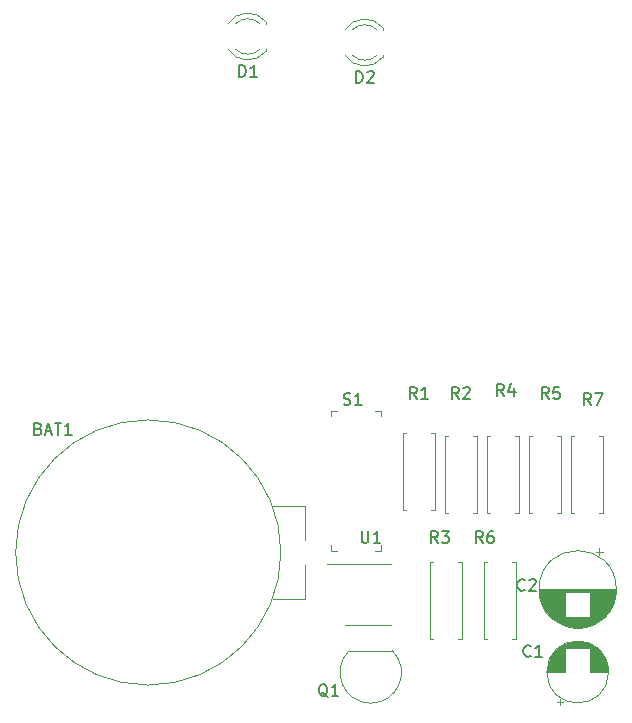
<source format=gto>
%TF.GenerationSoftware,KiCad,Pcbnew,(6.0.1)*%
%TF.CreationDate,2022-04-29T13:35:18+05:45*%
%TF.ProjectId,555_Badge,3535355f-4261-4646-9765-2e6b69636164,v01*%
%TF.SameCoordinates,Original*%
%TF.FileFunction,Legend,Top*%
%TF.FilePolarity,Positive*%
%FSLAX46Y46*%
G04 Gerber Fmt 4.6, Leading zero omitted, Abs format (unit mm)*
G04 Created by KiCad (PCBNEW (6.0.1)) date 2022-04-29 13:35:18*
%MOMM*%
%LPD*%
G01*
G04 APERTURE LIST*
%ADD10C,0.150000*%
%ADD11C,0.120000*%
%ADD12C,0.100000*%
G04 APERTURE END LIST*
D10*
%TO.C,U1*%
X50800095Y-87590380D02*
X50800095Y-88399904D01*
X50847714Y-88495142D01*
X50895333Y-88542761D01*
X50990571Y-88590380D01*
X51181047Y-88590380D01*
X51276285Y-88542761D01*
X51323904Y-88495142D01*
X51371523Y-88399904D01*
X51371523Y-87590380D01*
X52371523Y-88590380D02*
X51800095Y-88590380D01*
X52085809Y-88590380D02*
X52085809Y-87590380D01*
X51990571Y-87733238D01*
X51895333Y-87828476D01*
X51800095Y-87876095D01*
%TO.C,BAT1*%
X23423714Y-78922571D02*
X23566571Y-78970190D01*
X23614190Y-79017809D01*
X23661809Y-79113047D01*
X23661809Y-79255904D01*
X23614190Y-79351142D01*
X23566571Y-79398761D01*
X23471333Y-79446380D01*
X23090380Y-79446380D01*
X23090380Y-78446380D01*
X23423714Y-78446380D01*
X23518952Y-78494000D01*
X23566571Y-78541619D01*
X23614190Y-78636857D01*
X23614190Y-78732095D01*
X23566571Y-78827333D01*
X23518952Y-78874952D01*
X23423714Y-78922571D01*
X23090380Y-78922571D01*
X24042761Y-79160666D02*
X24518952Y-79160666D01*
X23947523Y-79446380D02*
X24280857Y-78446380D01*
X24614190Y-79446380D01*
X24804666Y-78446380D02*
X25376095Y-78446380D01*
X25090380Y-79446380D02*
X25090380Y-78446380D01*
X26233238Y-79446380D02*
X25661809Y-79446380D01*
X25947523Y-79446380D02*
X25947523Y-78446380D01*
X25852285Y-78589238D01*
X25757047Y-78684476D01*
X25661809Y-78732095D01*
%TO.C,S1*%
X49276095Y-76858761D02*
X49418952Y-76906380D01*
X49657047Y-76906380D01*
X49752285Y-76858761D01*
X49799904Y-76811142D01*
X49847523Y-76715904D01*
X49847523Y-76620666D01*
X49799904Y-76525428D01*
X49752285Y-76477809D01*
X49657047Y-76430190D01*
X49466571Y-76382571D01*
X49371333Y-76334952D01*
X49323714Y-76287333D01*
X49276095Y-76192095D01*
X49276095Y-76096857D01*
X49323714Y-76001619D01*
X49371333Y-75954000D01*
X49466571Y-75906380D01*
X49704666Y-75906380D01*
X49847523Y-75954000D01*
X50799904Y-76906380D02*
X50228476Y-76906380D01*
X50514190Y-76906380D02*
X50514190Y-75906380D01*
X50418952Y-76049238D01*
X50323714Y-76144476D01*
X50228476Y-76192095D01*
%TO.C,R7*%
X70191333Y-76906380D02*
X69858000Y-76430190D01*
X69619904Y-76906380D02*
X69619904Y-75906380D01*
X70000857Y-75906380D01*
X70096095Y-75954000D01*
X70143714Y-76001619D01*
X70191333Y-76096857D01*
X70191333Y-76239714D01*
X70143714Y-76334952D01*
X70096095Y-76382571D01*
X70000857Y-76430190D01*
X69619904Y-76430190D01*
X70524666Y-75906380D02*
X71191333Y-75906380D01*
X70762761Y-76906380D01*
%TO.C,R6*%
X61047333Y-88590380D02*
X60714000Y-88114190D01*
X60475904Y-88590380D02*
X60475904Y-87590380D01*
X60856857Y-87590380D01*
X60952095Y-87638000D01*
X60999714Y-87685619D01*
X61047333Y-87780857D01*
X61047333Y-87923714D01*
X60999714Y-88018952D01*
X60952095Y-88066571D01*
X60856857Y-88114190D01*
X60475904Y-88114190D01*
X61904476Y-87590380D02*
X61714000Y-87590380D01*
X61618761Y-87638000D01*
X61571142Y-87685619D01*
X61475904Y-87828476D01*
X61428285Y-88018952D01*
X61428285Y-88399904D01*
X61475904Y-88495142D01*
X61523523Y-88542761D01*
X61618761Y-88590380D01*
X61809238Y-88590380D01*
X61904476Y-88542761D01*
X61952095Y-88495142D01*
X61999714Y-88399904D01*
X61999714Y-88161809D01*
X61952095Y-88066571D01*
X61904476Y-88018952D01*
X61809238Y-87971333D01*
X61618761Y-87971333D01*
X61523523Y-88018952D01*
X61475904Y-88066571D01*
X61428285Y-88161809D01*
%TO.C,R5*%
X66635333Y-76398380D02*
X66302000Y-75922190D01*
X66063904Y-76398380D02*
X66063904Y-75398380D01*
X66444857Y-75398380D01*
X66540095Y-75446000D01*
X66587714Y-75493619D01*
X66635333Y-75588857D01*
X66635333Y-75731714D01*
X66587714Y-75826952D01*
X66540095Y-75874571D01*
X66444857Y-75922190D01*
X66063904Y-75922190D01*
X67540095Y-75398380D02*
X67063904Y-75398380D01*
X67016285Y-75874571D01*
X67063904Y-75826952D01*
X67159142Y-75779333D01*
X67397238Y-75779333D01*
X67492476Y-75826952D01*
X67540095Y-75874571D01*
X67587714Y-75969809D01*
X67587714Y-76207904D01*
X67540095Y-76303142D01*
X67492476Y-76350761D01*
X67397238Y-76398380D01*
X67159142Y-76398380D01*
X67063904Y-76350761D01*
X67016285Y-76303142D01*
%TO.C,R4*%
X62825333Y-76144380D02*
X62492000Y-75668190D01*
X62253904Y-76144380D02*
X62253904Y-75144380D01*
X62634857Y-75144380D01*
X62730095Y-75192000D01*
X62777714Y-75239619D01*
X62825333Y-75334857D01*
X62825333Y-75477714D01*
X62777714Y-75572952D01*
X62730095Y-75620571D01*
X62634857Y-75668190D01*
X62253904Y-75668190D01*
X63682476Y-75477714D02*
X63682476Y-76144380D01*
X63444380Y-75096761D02*
X63206285Y-75811047D01*
X63825333Y-75811047D01*
%TO.C,R3*%
X57237333Y-88590380D02*
X56904000Y-88114190D01*
X56665904Y-88590380D02*
X56665904Y-87590380D01*
X57046857Y-87590380D01*
X57142095Y-87638000D01*
X57189714Y-87685619D01*
X57237333Y-87780857D01*
X57237333Y-87923714D01*
X57189714Y-88018952D01*
X57142095Y-88066571D01*
X57046857Y-88114190D01*
X56665904Y-88114190D01*
X57570666Y-87590380D02*
X58189714Y-87590380D01*
X57856380Y-87971333D01*
X57999238Y-87971333D01*
X58094476Y-88018952D01*
X58142095Y-88066571D01*
X58189714Y-88161809D01*
X58189714Y-88399904D01*
X58142095Y-88495142D01*
X58094476Y-88542761D01*
X57999238Y-88590380D01*
X57713523Y-88590380D01*
X57618285Y-88542761D01*
X57570666Y-88495142D01*
%TO.C,R2*%
X59015333Y-76398380D02*
X58682000Y-75922190D01*
X58443904Y-76398380D02*
X58443904Y-75398380D01*
X58824857Y-75398380D01*
X58920095Y-75446000D01*
X58967714Y-75493619D01*
X59015333Y-75588857D01*
X59015333Y-75731714D01*
X58967714Y-75826952D01*
X58920095Y-75874571D01*
X58824857Y-75922190D01*
X58443904Y-75922190D01*
X59396285Y-75493619D02*
X59443904Y-75446000D01*
X59539142Y-75398380D01*
X59777238Y-75398380D01*
X59872476Y-75446000D01*
X59920095Y-75493619D01*
X59967714Y-75588857D01*
X59967714Y-75684095D01*
X59920095Y-75826952D01*
X59348666Y-76398380D01*
X59967714Y-76398380D01*
%TO.C,R1*%
X55459333Y-76398380D02*
X55126000Y-75922190D01*
X54887904Y-76398380D02*
X54887904Y-75398380D01*
X55268857Y-75398380D01*
X55364095Y-75446000D01*
X55411714Y-75493619D01*
X55459333Y-75588857D01*
X55459333Y-75731714D01*
X55411714Y-75826952D01*
X55364095Y-75874571D01*
X55268857Y-75922190D01*
X54887904Y-75922190D01*
X56411714Y-76398380D02*
X55840285Y-76398380D01*
X56126000Y-76398380D02*
X56126000Y-75398380D01*
X56030761Y-75541238D01*
X55935523Y-75636476D01*
X55840285Y-75684095D01*
%TO.C,Q1*%
X47910761Y-101639619D02*
X47815523Y-101592000D01*
X47720285Y-101496761D01*
X47577428Y-101353904D01*
X47482190Y-101306285D01*
X47386952Y-101306285D01*
X47434571Y-101544380D02*
X47339333Y-101496761D01*
X47244095Y-101401523D01*
X47196476Y-101211047D01*
X47196476Y-100877714D01*
X47244095Y-100687238D01*
X47339333Y-100592000D01*
X47434571Y-100544380D01*
X47625047Y-100544380D01*
X47720285Y-100592000D01*
X47815523Y-100687238D01*
X47863142Y-100877714D01*
X47863142Y-101211047D01*
X47815523Y-101401523D01*
X47720285Y-101496761D01*
X47625047Y-101544380D01*
X47434571Y-101544380D01*
X48815523Y-101544380D02*
X48244095Y-101544380D01*
X48529809Y-101544380D02*
X48529809Y-100544380D01*
X48434571Y-100687238D01*
X48339333Y-100782476D01*
X48244095Y-100830095D01*
%TO.C,D2*%
X50315904Y-49640380D02*
X50315904Y-48640380D01*
X50554000Y-48640380D01*
X50696857Y-48688000D01*
X50792095Y-48783238D01*
X50839714Y-48878476D01*
X50887333Y-49068952D01*
X50887333Y-49211809D01*
X50839714Y-49402285D01*
X50792095Y-49497523D01*
X50696857Y-49592761D01*
X50554000Y-49640380D01*
X50315904Y-49640380D01*
X51268285Y-48735619D02*
X51315904Y-48688000D01*
X51411142Y-48640380D01*
X51649238Y-48640380D01*
X51744476Y-48688000D01*
X51792095Y-48735619D01*
X51839714Y-48830857D01*
X51839714Y-48926095D01*
X51792095Y-49068952D01*
X51220666Y-49640380D01*
X51839714Y-49640380D01*
%TO.C,D1*%
X40414904Y-49132380D02*
X40414904Y-48132380D01*
X40653000Y-48132380D01*
X40795857Y-48180000D01*
X40891095Y-48275238D01*
X40938714Y-48370476D01*
X40986333Y-48560952D01*
X40986333Y-48703809D01*
X40938714Y-48894285D01*
X40891095Y-48989523D01*
X40795857Y-49084761D01*
X40653000Y-49132380D01*
X40414904Y-49132380D01*
X41938714Y-49132380D02*
X41367285Y-49132380D01*
X41653000Y-49132380D02*
X41653000Y-48132380D01*
X41557761Y-48275238D01*
X41462523Y-48370476D01*
X41367285Y-48418095D01*
%TO.C,C2*%
X64603333Y-92559142D02*
X64555714Y-92606761D01*
X64412857Y-92654380D01*
X64317619Y-92654380D01*
X64174761Y-92606761D01*
X64079523Y-92511523D01*
X64031904Y-92416285D01*
X63984285Y-92225809D01*
X63984285Y-92082952D01*
X64031904Y-91892476D01*
X64079523Y-91797238D01*
X64174761Y-91702000D01*
X64317619Y-91654380D01*
X64412857Y-91654380D01*
X64555714Y-91702000D01*
X64603333Y-91749619D01*
X64984285Y-91749619D02*
X65031904Y-91702000D01*
X65127142Y-91654380D01*
X65365238Y-91654380D01*
X65460476Y-91702000D01*
X65508095Y-91749619D01*
X65555714Y-91844857D01*
X65555714Y-91940095D01*
X65508095Y-92082952D01*
X64936666Y-92654380D01*
X65555714Y-92654380D01*
%TO.C,C1*%
X65111333Y-98147142D02*
X65063714Y-98194761D01*
X64920857Y-98242380D01*
X64825619Y-98242380D01*
X64682761Y-98194761D01*
X64587523Y-98099523D01*
X64539904Y-98004285D01*
X64492285Y-97813809D01*
X64492285Y-97670952D01*
X64539904Y-97480476D01*
X64587523Y-97385238D01*
X64682761Y-97290000D01*
X64825619Y-97242380D01*
X64920857Y-97242380D01*
X65063714Y-97290000D01*
X65111333Y-97337619D01*
X66063714Y-98242380D02*
X65492285Y-98242380D01*
X65778000Y-98242380D02*
X65778000Y-97242380D01*
X65682761Y-97385238D01*
X65587523Y-97480476D01*
X65492285Y-97528095D01*
D11*
%TO.C,U1*%
X51308000Y-90404000D02*
X53258000Y-90404000D01*
X51308000Y-95524000D02*
X53258000Y-95524000D01*
X51308000Y-90404000D02*
X47858000Y-90404000D01*
X51308000Y-95524000D02*
X49358000Y-95524000D01*
D12*
%TO.C,BAT1*%
X43954700Y-89408000D02*
G75*
G03*
X43954700Y-89408000I-11226800J0D01*
G01*
X43294300Y-85496400D02*
X46037500Y-85496400D01*
X43294300Y-93319600D02*
X46037500Y-93319600D01*
X46037500Y-85496400D02*
X46037500Y-88341200D01*
X46037500Y-93319600D02*
X46037500Y-90474800D01*
%TO.C,S1*%
X48192000Y-77392000D02*
X48192000Y-77892000D01*
X48192000Y-77392000D02*
X48692000Y-77392000D01*
X48192000Y-89292000D02*
X48692000Y-89292000D01*
X48192000Y-89292000D02*
X48192000Y-88792000D01*
X52392000Y-89292000D02*
X51892000Y-89292000D01*
X52392000Y-89292000D02*
X52392000Y-88792000D01*
X52392000Y-77392000D02*
X51892000Y-77392000D01*
X52392000Y-77392000D02*
X52392000Y-77892000D01*
D11*
%TO.C,R7*%
X68480000Y-79534000D02*
X68810000Y-79534000D01*
X68810000Y-86074000D02*
X68480000Y-86074000D01*
X70890000Y-86074000D02*
X71220000Y-86074000D01*
X71220000Y-86074000D02*
X71220000Y-79534000D01*
X68480000Y-86074000D02*
X68480000Y-79534000D01*
X71220000Y-79534000D02*
X70890000Y-79534000D01*
%TO.C,R6*%
X61114000Y-96742000D02*
X61444000Y-96742000D01*
X63854000Y-90202000D02*
X63854000Y-96742000D01*
X61114000Y-90202000D02*
X61114000Y-96742000D01*
X61444000Y-90202000D02*
X61114000Y-90202000D01*
X63524000Y-90202000D02*
X63854000Y-90202000D01*
X63854000Y-96742000D02*
X63524000Y-96742000D01*
%TO.C,R5*%
X64924000Y-79534000D02*
X65254000Y-79534000D01*
X65254000Y-86074000D02*
X64924000Y-86074000D01*
X67334000Y-86074000D02*
X67664000Y-86074000D01*
X67664000Y-86074000D02*
X67664000Y-79534000D01*
X64924000Y-86074000D02*
X64924000Y-79534000D01*
X67664000Y-79534000D02*
X67334000Y-79534000D01*
%TO.C,R4*%
X64108000Y-79534000D02*
X63778000Y-79534000D01*
X61368000Y-86074000D02*
X61368000Y-79534000D01*
X64108000Y-86074000D02*
X64108000Y-79534000D01*
X63778000Y-86074000D02*
X64108000Y-86074000D01*
X61698000Y-86074000D02*
X61368000Y-86074000D01*
X61368000Y-79534000D02*
X61698000Y-79534000D01*
%TO.C,R3*%
X59282000Y-90202000D02*
X58952000Y-90202000D01*
X56542000Y-96742000D02*
X56542000Y-90202000D01*
X59282000Y-96742000D02*
X59282000Y-90202000D01*
X58952000Y-96742000D02*
X59282000Y-96742000D01*
X56872000Y-96742000D02*
X56542000Y-96742000D01*
X56542000Y-90202000D02*
X56872000Y-90202000D01*
%TO.C,R2*%
X60552000Y-86074000D02*
X60222000Y-86074000D01*
X60222000Y-79534000D02*
X60552000Y-79534000D01*
X58142000Y-79534000D02*
X57812000Y-79534000D01*
X57812000Y-79534000D02*
X57812000Y-86074000D01*
X60552000Y-79534000D02*
X60552000Y-86074000D01*
X57812000Y-86074000D02*
X58142000Y-86074000D01*
%TO.C,R1*%
X54256000Y-85820000D02*
X54586000Y-85820000D01*
X56996000Y-79280000D02*
X56996000Y-85820000D01*
X54256000Y-79280000D02*
X54256000Y-85820000D01*
X54586000Y-79280000D02*
X54256000Y-79280000D01*
X56666000Y-79280000D02*
X56996000Y-79280000D01*
X56996000Y-85820000D02*
X56666000Y-85820000D01*
%TO.C,Q1*%
X53362000Y-97718000D02*
X49762000Y-97718000D01*
X49723522Y-97729522D02*
G75*
G03*
X51562000Y-102168000I1838478J-1838478D01*
G01*
X51562000Y-102168001D02*
G75*
G03*
X53400478Y-97729522I0J2600001D01*
G01*
%TO.C,D2*%
X49381665Y-47306608D02*
G75*
G03*
X52614000Y-47463516I1672335J1078609D01*
G01*
X52094961Y-45148000D02*
G75*
G03*
X50012870Y-45148163I-1040961J-1080000D01*
G01*
X52614000Y-44992484D02*
G75*
G03*
X49381665Y-45149392I-1560000J-1235517D01*
G01*
X50012870Y-47307837D02*
G75*
G03*
X52094961Y-47308000I1041130J1079837D01*
G01*
X52614000Y-45148000D02*
X52614000Y-44992000D01*
X52614000Y-47464000D02*
X52614000Y-47308000D01*
%TO.C,D1*%
X42713000Y-46956000D02*
X42713000Y-46800000D01*
X42713000Y-44640000D02*
X42713000Y-44484000D01*
X40111870Y-46799837D02*
G75*
G03*
X42193961Y-46800000I1041130J1079837D01*
G01*
X42713000Y-44484484D02*
G75*
G03*
X39480665Y-44641392I-1560000J-1235517D01*
G01*
X42193961Y-44640000D02*
G75*
G03*
X40111870Y-44640163I-1040961J-1080000D01*
G01*
X39480665Y-46798608D02*
G75*
G03*
X42713000Y-46955516I1672335J1078609D01*
G01*
%TO.C,C2*%
X72358000Y-92523621D02*
G75*
G03*
X72358000Y-92523621I-3270000J0D01*
G01*
X72312000Y-92723621D02*
X65864000Y-92723621D01*
X71804000Y-94284621D02*
X70128000Y-94284621D01*
X68048000Y-94644621D02*
X66638000Y-94644621D01*
X68048000Y-93203621D02*
X65929000Y-93203621D01*
X72004000Y-93924621D02*
X70128000Y-93924621D01*
X72283000Y-93003621D02*
X70128000Y-93003621D01*
X68048000Y-93724621D02*
X66086000Y-93724621D01*
X72090000Y-93724621D02*
X70128000Y-93724621D01*
X72299000Y-92883621D02*
X70128000Y-92883621D01*
X72149000Y-93564621D02*
X70128000Y-93564621D01*
X72162000Y-93524621D02*
X70128000Y-93524621D01*
X72074000Y-93764621D02*
X70128000Y-93764621D01*
X71604000Y-94564621D02*
X70128000Y-94564621D01*
X72294000Y-92923621D02*
X70128000Y-92923621D01*
X68048000Y-94364621D02*
X66424000Y-94364621D01*
X71964000Y-94004621D02*
X70128000Y-94004621D01*
X68048000Y-92883621D02*
X65877000Y-92883621D01*
X71636000Y-94524621D02*
X70128000Y-94524621D01*
X68048000Y-94324621D02*
X66398000Y-94324621D01*
X68048000Y-94604621D02*
X66604000Y-94604621D01*
X72315000Y-92683621D02*
X65861000Y-92683621D01*
X68048000Y-93884621D02*
X66154000Y-93884621D01*
X72255000Y-93163621D02*
X70128000Y-93163621D01*
X71830000Y-94244621D02*
X70128000Y-94244621D01*
X68048000Y-94724621D02*
X66708000Y-94724621D01*
X68048000Y-92923621D02*
X65882000Y-92923621D01*
X70350000Y-95524621D02*
X67826000Y-95524621D01*
X71032000Y-95124621D02*
X67144000Y-95124621D01*
X71270000Y-94924621D02*
X66906000Y-94924621D01*
X68048000Y-93604621D02*
X66041000Y-93604621D01*
X68048000Y-94564621D02*
X66572000Y-94564621D01*
X71724000Y-94404621D02*
X70128000Y-94404621D01*
X70253000Y-95564621D02*
X67923000Y-95564621D01*
X68048000Y-93444621D02*
X65990000Y-93444621D01*
X72174000Y-93484621D02*
X70128000Y-93484621D01*
X68048000Y-92763621D02*
X65866000Y-92763621D01*
X71666000Y-94484621D02*
X70128000Y-94484621D01*
X68048000Y-93964621D02*
X66192000Y-93964621D01*
X71353000Y-94844621D02*
X66823000Y-94844621D01*
X71538000Y-94644621D02*
X70128000Y-94644621D01*
X72306000Y-92803621D02*
X70128000Y-92803621D01*
X72229000Y-93284621D02*
X70128000Y-93284621D01*
X68048000Y-93644621D02*
X66055000Y-93644621D01*
X72209000Y-93364621D02*
X70128000Y-93364621D01*
X71854000Y-94204621D02*
X70128000Y-94204621D01*
X68048000Y-93364621D02*
X65967000Y-93364621D01*
X72318000Y-92523621D02*
X65858000Y-92523621D01*
X72186000Y-93444621D02*
X70128000Y-93444621D01*
X72247000Y-93203621D02*
X70128000Y-93203621D01*
X72277000Y-93043621D02*
X70128000Y-93043621D01*
X68048000Y-93564621D02*
X66027000Y-93564621D01*
X71984000Y-93964621D02*
X70128000Y-93964621D01*
X68048000Y-92963621D02*
X65887000Y-92963621D01*
X70028000Y-95644621D02*
X68148000Y-95644621D01*
X70147000Y-95604621D02*
X68029000Y-95604621D01*
X72263000Y-93123621D02*
X70128000Y-93123621D01*
X70669000Y-95364621D02*
X67507000Y-95364621D01*
X71468000Y-94724621D02*
X70128000Y-94724621D01*
X70802000Y-95284621D02*
X67374000Y-95284621D01*
X68048000Y-94084621D02*
X66254000Y-94084621D01*
X71242000Y-89338380D02*
X70612000Y-89338380D01*
X68048000Y-93244621D02*
X65938000Y-93244621D01*
X72121000Y-93644621D02*
X70128000Y-93644621D01*
X68048000Y-94684621D02*
X66672000Y-94684621D01*
X68048000Y-94444621D02*
X66481000Y-94444621D01*
X72198000Y-93404621D02*
X70128000Y-93404621D01*
X68048000Y-93003621D02*
X65893000Y-93003621D01*
X68048000Y-94044621D02*
X66232000Y-94044621D01*
X72106000Y-93684621D02*
X70128000Y-93684621D01*
X68048000Y-94764621D02*
X66745000Y-94764621D01*
X72022000Y-93884621D02*
X70128000Y-93884621D01*
X72238000Y-93244621D02*
X70128000Y-93244621D01*
X70438000Y-95484621D02*
X67738000Y-95484621D01*
X68048000Y-93484621D02*
X66002000Y-93484621D01*
X71431000Y-94764621D02*
X70128000Y-94764621D01*
X68048000Y-93844621D02*
X66136000Y-93844621D01*
X71180000Y-95004621D02*
X66996000Y-95004621D01*
X71132000Y-95044621D02*
X67044000Y-95044621D01*
X68048000Y-93924621D02*
X66172000Y-93924621D01*
X68048000Y-93804621D02*
X66118000Y-93804621D01*
X68048000Y-93284621D02*
X65947000Y-93284621D01*
X71695000Y-94444621D02*
X70128000Y-94444621D01*
X71225000Y-94964621D02*
X66951000Y-94964621D01*
X68048000Y-94204621D02*
X66322000Y-94204621D01*
X72040000Y-93844621D02*
X70128000Y-93844621D01*
X71878000Y-94164621D02*
X70128000Y-94164621D01*
X72303000Y-92843621D02*
X70128000Y-92843621D01*
X72058000Y-93804621D02*
X70128000Y-93804621D01*
X68048000Y-92843621D02*
X65873000Y-92843621D01*
X68048000Y-94484621D02*
X66510000Y-94484621D01*
X68048000Y-94804621D02*
X66783000Y-94804621D01*
X69721000Y-95724621D02*
X68455000Y-95724621D01*
X68048000Y-94404621D02*
X66452000Y-94404621D01*
X70864000Y-95244621D02*
X67312000Y-95244621D01*
X71778000Y-94324621D02*
X70128000Y-94324621D01*
X71504000Y-94684621D02*
X70128000Y-94684621D01*
X72310000Y-92763621D02*
X70128000Y-92763621D01*
X68048000Y-93324621D02*
X65957000Y-93324621D01*
X71922000Y-94084621D02*
X70128000Y-94084621D01*
X72289000Y-92963621D02*
X70128000Y-92963621D01*
X70520000Y-95444621D02*
X67656000Y-95444621D01*
X71752000Y-94364621D02*
X70128000Y-94364621D01*
X68048000Y-92803621D02*
X65870000Y-92803621D01*
X68048000Y-93123621D02*
X65913000Y-93123621D01*
X70738000Y-95324621D02*
X67438000Y-95324621D01*
X71572000Y-94604621D02*
X70128000Y-94604621D01*
X68048000Y-93684621D02*
X66070000Y-93684621D01*
X71312000Y-94884621D02*
X66864000Y-94884621D01*
X70597000Y-95404621D02*
X67579000Y-95404621D01*
X68048000Y-93043621D02*
X65899000Y-93043621D01*
X68048000Y-94284621D02*
X66372000Y-94284621D01*
X71900000Y-94124621D02*
X70128000Y-94124621D01*
X68048000Y-93764621D02*
X66102000Y-93764621D01*
X68048000Y-93163621D02*
X65921000Y-93163621D01*
X69490000Y-95764621D02*
X68686000Y-95764621D01*
X68048000Y-94244621D02*
X66346000Y-94244621D01*
X70927000Y-89023380D02*
X70927000Y-89653380D01*
X68048000Y-94164621D02*
X66298000Y-94164621D01*
X72316000Y-92643621D02*
X65860000Y-92643621D01*
X69890000Y-95684621D02*
X68286000Y-95684621D01*
X72270000Y-93083621D02*
X70128000Y-93083621D01*
X71393000Y-94804621D02*
X70128000Y-94804621D01*
X71944000Y-94044621D02*
X70128000Y-94044621D01*
X68048000Y-94124621D02*
X66276000Y-94124621D01*
X68048000Y-93083621D02*
X65906000Y-93083621D01*
X71083000Y-95084621D02*
X67093000Y-95084621D01*
X70922000Y-95204621D02*
X67254000Y-95204621D01*
X72318000Y-92563621D02*
X65858000Y-92563621D01*
X68048000Y-93524621D02*
X66014000Y-93524621D01*
X68048000Y-93404621D02*
X65978000Y-93404621D01*
X72318000Y-92603621D02*
X65858000Y-92603621D01*
X72219000Y-93324621D02*
X70128000Y-93324621D01*
X70978000Y-95164621D02*
X67198000Y-95164621D01*
X72135000Y-93604621D02*
X70128000Y-93604621D01*
X68048000Y-94004621D02*
X66212000Y-94004621D01*
X68048000Y-94524621D02*
X66540000Y-94524621D01*
%TO.C,C1*%
X70128000Y-97522112D02*
X70741000Y-97522112D01*
X70128000Y-98202112D02*
X71312000Y-98202112D01*
X70128000Y-99323112D02*
X71661000Y-99323112D01*
X66820000Y-98282112D02*
X68048000Y-98282112D01*
X66759000Y-98402112D02*
X68048000Y-98402112D01*
X66778000Y-98362112D02*
X68048000Y-98362112D01*
X67117000Y-97842112D02*
X68048000Y-97842112D01*
X70128000Y-97562112D02*
X70787000Y-97562112D01*
X70128000Y-97882112D02*
X71092000Y-97882112D01*
X66512000Y-99363112D02*
X68048000Y-99363112D01*
X67023000Y-97962112D02*
X68048000Y-97962112D01*
X70128000Y-99483112D02*
X71668000Y-99483112D01*
X70128000Y-98802112D02*
X71568000Y-98802112D01*
X66660000Y-98642112D02*
X68048000Y-98642112D01*
X66674000Y-98602112D02*
X68048000Y-98602112D01*
X67187000Y-97762112D02*
X68048000Y-97762112D01*
X66577000Y-98923112D02*
X68048000Y-98923112D01*
X70128000Y-99283112D02*
X71657000Y-99283112D01*
X70128000Y-98682112D02*
X71530000Y-98682112D01*
X70128000Y-98963112D02*
X71608000Y-98963112D01*
X70128000Y-98242112D02*
X71335000Y-98242112D01*
X70128000Y-98122112D02*
X71263000Y-98122112D01*
X70128000Y-99403112D02*
X71666000Y-99403112D01*
X66560000Y-99003112D02*
X68048000Y-99003112D01*
X66939000Y-98082112D02*
X68048000Y-98082112D01*
X67262000Y-97682112D02*
X68048000Y-97682112D01*
X67435000Y-97522112D02*
X68048000Y-97522112D01*
X70128000Y-98482112D02*
X71453000Y-98482112D01*
X66508000Y-99523112D02*
X68048000Y-99523112D01*
X66527000Y-99203112D02*
X68048000Y-99203112D01*
X66723000Y-98482112D02*
X68048000Y-98482112D01*
X66552000Y-99043112D02*
X68048000Y-99043112D01*
X68283000Y-97042112D02*
X69893000Y-97042112D01*
X67837000Y-97242112D02*
X70339000Y-97242112D01*
X67588000Y-97402112D02*
X70588000Y-97402112D01*
X70128000Y-99163112D02*
X71644000Y-99163112D01*
X70128000Y-98442112D02*
X71436000Y-98442112D01*
X68411000Y-97002112D02*
X69765000Y-97002112D01*
X70128000Y-97962112D02*
X71153000Y-97962112D01*
X70128000Y-98002112D02*
X71183000Y-98002112D01*
X66620000Y-98762112D02*
X68048000Y-98762112D01*
X70128000Y-98522112D02*
X71470000Y-98522112D01*
X70128000Y-98642112D02*
X71516000Y-98642112D01*
X66740000Y-98442112D02*
X68048000Y-98442112D01*
X70128000Y-98282112D02*
X71356000Y-98282112D01*
X67303000Y-97642112D02*
X68048000Y-97642112D01*
X66993000Y-98002112D02*
X68048000Y-98002112D01*
X70128000Y-99203112D02*
X71649000Y-99203112D01*
X70128000Y-98602112D02*
X71502000Y-98602112D01*
X70128000Y-98562112D02*
X71486000Y-98562112D01*
X70128000Y-99363112D02*
X71664000Y-99363112D01*
X66706000Y-98522112D02*
X68048000Y-98522112D01*
X66597000Y-98843112D02*
X68048000Y-98843112D01*
X68077000Y-97122112D02*
X70099000Y-97122112D01*
X67534000Y-97442112D02*
X70642000Y-97442112D01*
X68173000Y-97082112D02*
X70003000Y-97082112D01*
X67613000Y-102327887D02*
X67613000Y-101827887D01*
X70128000Y-99523112D02*
X71668000Y-99523112D01*
X66633000Y-98722112D02*
X68048000Y-98722112D01*
X66966000Y-98042112D02*
X68048000Y-98042112D01*
X70128000Y-98322112D02*
X71378000Y-98322112D01*
X66888000Y-98162112D02*
X68048000Y-98162112D01*
X67224000Y-97722112D02*
X68048000Y-97722112D01*
X70128000Y-97602112D02*
X70831000Y-97602112D01*
X67990000Y-97162112D02*
X70186000Y-97162112D01*
X66510000Y-99403112D02*
X68048000Y-99403112D01*
X66523000Y-99243112D02*
X68048000Y-99243112D01*
X66509000Y-99443112D02*
X68048000Y-99443112D01*
X66515000Y-99323112D02*
X68048000Y-99323112D01*
X70128000Y-97722112D02*
X70952000Y-97722112D01*
X70128000Y-98402112D02*
X71417000Y-98402112D01*
X68570000Y-96962112D02*
X69606000Y-96962112D01*
X68804000Y-96922112D02*
X69372000Y-96922112D01*
X70128000Y-98923112D02*
X71599000Y-98923112D01*
X70128000Y-97802112D02*
X71025000Y-97802112D01*
X70128000Y-98362112D02*
X71398000Y-98362112D01*
X70128000Y-99123112D02*
X71638000Y-99123112D01*
X67769000Y-97282112D02*
X70407000Y-97282112D01*
X67705000Y-97322112D02*
X70471000Y-97322112D01*
X66690000Y-98562112D02*
X68048000Y-98562112D01*
X66841000Y-98242112D02*
X68048000Y-98242112D01*
X67910000Y-97202112D02*
X70266000Y-97202112D01*
X70128000Y-98162112D02*
X71288000Y-98162112D01*
X67345000Y-97602112D02*
X68048000Y-97602112D01*
X67053000Y-97922112D02*
X68048000Y-97922112D01*
X67483000Y-97482112D02*
X70693000Y-97482112D01*
X70128000Y-98042112D02*
X71210000Y-98042112D01*
X70128000Y-98762112D02*
X71556000Y-98762112D01*
X70128000Y-99003112D02*
X71616000Y-99003112D01*
X66646000Y-98682112D02*
X68048000Y-98682112D01*
X66532000Y-99163112D02*
X68048000Y-99163112D01*
X70128000Y-99083112D02*
X71631000Y-99083112D01*
X67645000Y-97362112D02*
X70531000Y-97362112D01*
X70128000Y-97682112D02*
X70914000Y-97682112D01*
X70128000Y-98722112D02*
X71543000Y-98722112D01*
X70128000Y-99243112D02*
X71653000Y-99243112D01*
X70128000Y-99443112D02*
X71667000Y-99443112D01*
X70128000Y-98843112D02*
X71579000Y-98843112D01*
X70128000Y-97642112D02*
X70873000Y-97642112D01*
X66608000Y-98802112D02*
X68048000Y-98802112D01*
X67084000Y-97882112D02*
X68048000Y-97882112D01*
X70128000Y-98082112D02*
X71237000Y-98082112D01*
X66913000Y-98122112D02*
X68048000Y-98122112D01*
X66798000Y-98322112D02*
X68048000Y-98322112D01*
X66519000Y-99283112D02*
X68048000Y-99283112D01*
X67151000Y-97802112D02*
X68048000Y-97802112D01*
X66545000Y-99083112D02*
X68048000Y-99083112D01*
X70128000Y-98883112D02*
X71589000Y-98883112D01*
X66864000Y-98202112D02*
X68048000Y-98202112D01*
X67363000Y-102077887D02*
X67863000Y-102077887D01*
X66538000Y-99123112D02*
X68048000Y-99123112D01*
X70128000Y-97842112D02*
X71059000Y-97842112D01*
X70128000Y-99043112D02*
X71624000Y-99043112D01*
X66568000Y-98963112D02*
X68048000Y-98963112D01*
X70128000Y-97922112D02*
X71123000Y-97922112D01*
X70128000Y-97762112D02*
X70989000Y-97762112D01*
X66508000Y-99483112D02*
X68048000Y-99483112D01*
X66587000Y-98883112D02*
X68048000Y-98883112D01*
X67389000Y-97562112D02*
X68048000Y-97562112D01*
X71708000Y-99523112D02*
G75*
G03*
X71708000Y-99523112I-2620000J0D01*
G01*
%TD*%
M02*

</source>
